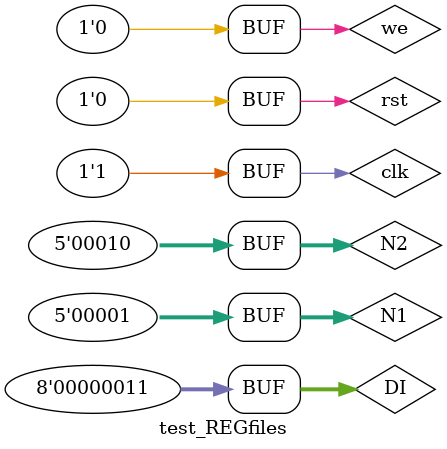
<source format=v>
`timescale 1ns / 1ps

module test_REGfiles(
);
    reg clk;
    reg rst;
    reg we;
    reg [4:0] N1;
    reg [4:0] N2;

    reg [7:0] DI;
    wire [7:0] Q1;
    wire [7:0] Q2;

    REG_File regfile(clk, rst, we, N1, N2, DI, Q1, Q2);

    initial begin
        clk = 0;
        rst = 0;
        we = 0;
        N1 = 0;
        N2 = 0;
        #100;
        rst = 1;
        #100;
        rst = 0;
        N1 = 5;
        N2 = 6;
        #100;
        rst = 0;
        N1 = 2;
        N2 = 3;
        #100;
        rst = 0;
        N1 = 1;
        N2 = 3;
        we = 1;
        DI = 3;
        #100;
        we = 0;
        rst = 0;
        N1 = 1;
        N2 = 2;
        #100;
    end

    parameter period = 200;
    always begin
        clk = 1'b0;
        #(period/2) clk = 1'b1;
        #(period/2);
    end

endmodule

</source>
